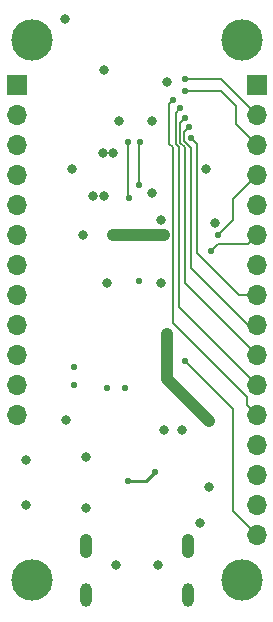
<source format=gbr>
%TF.GenerationSoftware,KiCad,Pcbnew,5.1.7-a382d34a8~88~ubuntu18.04.1*%
%TF.CreationDate,2022-09-03T09:09:10-04:00*%
%TF.ProjectId,project-MS88SF3-breakout,70726f6a-6563-4742-9d4d-533838534633,rev?*%
%TF.SameCoordinates,Original*%
%TF.FileFunction,Copper,L4,Bot*%
%TF.FilePolarity,Positive*%
%FSLAX46Y46*%
G04 Gerber Fmt 4.6, Leading zero omitted, Abs format (unit mm)*
G04 Created by KiCad (PCBNEW 5.1.7-a382d34a8~88~ubuntu18.04.1) date 2022-09-03 09:09:10*
%MOMM*%
%LPD*%
G01*
G04 APERTURE LIST*
%TA.AperFunction,ComponentPad*%
%ADD10O,1.700000X1.700000*%
%TD*%
%TA.AperFunction,ComponentPad*%
%ADD11R,1.700000X1.700000*%
%TD*%
%TA.AperFunction,ComponentPad*%
%ADD12O,1.050000X2.100000*%
%TD*%
%TA.AperFunction,ComponentPad*%
%ADD13O,1.000000X2.000000*%
%TD*%
%TA.AperFunction,ComponentPad*%
%ADD14C,3.500000*%
%TD*%
%TA.AperFunction,ViaPad*%
%ADD15C,0.800000*%
%TD*%
%TA.AperFunction,ViaPad*%
%ADD16C,0.554000*%
%TD*%
%TA.AperFunction,Conductor*%
%ADD17C,1.000000*%
%TD*%
%TA.AperFunction,Conductor*%
%ADD18C,0.127000*%
%TD*%
%TA.AperFunction,Conductor*%
%ADD19C,0.250000*%
%TD*%
G04 APERTURE END LIST*
D10*
%TO.P,J4,12*%
%TO.N,/VDD_nRF*%
X37338000Y-115062000D03*
%TO.P,J4,11*%
%TO.N,Net-(J4-Pad11)*%
X37338000Y-112522000D03*
%TO.P,J4,10*%
%TO.N,/VBUS*%
X37338000Y-109982000D03*
%TO.P,J4,9*%
%TO.N,/AIN2*%
X37338000Y-107442000D03*
%TO.P,J4,8*%
%TO.N,/AIN3*%
X37338000Y-104902000D03*
%TO.P,J4,7*%
%TO.N,/AIN5*%
X37338000Y-102362000D03*
%TO.P,J4,6*%
%TO.N,/AIN0*%
X37338000Y-99822000D03*
%TO.P,J4,5*%
%TO.N,/P1.15*%
X37338000Y-97282000D03*
%TO.P,J4,4*%
%TO.N,/P1.13*%
X37338000Y-94742000D03*
%TO.P,J4,3*%
%TO.N,/AIN1*%
X37338000Y-92202000D03*
%TO.P,J4,2*%
%TO.N,/P1.14*%
X37338000Y-89662000D03*
D11*
%TO.P,J4,1*%
%TO.N,/P1.10*%
X37338000Y-87122000D03*
%TD*%
D12*
%TO.P,J3,S4*%
%TO.N,GND*%
X51818000Y-126122000D03*
%TO.P,J3,S1*%
X43178000Y-126122000D03*
D13*
%TO.P,J3,S3*%
X51818000Y-130302000D03*
%TO.P,J3,S2*%
X43178000Y-130302000D03*
%TD*%
D10*
%TO.P,J5,16*%
%TO.N,/RESET*%
X57658000Y-125222000D03*
%TO.P,J5,15*%
%TO.N,/VDD_nRF*%
X57658000Y-122682000D03*
%TO.P,J5,14*%
X57658000Y-120142000D03*
%TO.P,J5,13*%
%TO.N,GND*%
X57658000Y-117602000D03*
%TO.P,J5,12*%
%TO.N,/P0.21*%
X57658000Y-115062000D03*
%TO.P,J5,11*%
%TO.N,/P0.17*%
X57658000Y-112522000D03*
%TO.P,J5,10*%
%TO.N,/P0.15*%
X57658000Y-109982000D03*
%TO.P,J5,9*%
%TO.N,/P0.13*%
X57658000Y-107442000D03*
%TO.P,J5,8*%
%TO.N,/P0.19*%
X57658000Y-104902000D03*
%TO.P,J5,7*%
%TO.N,/P0.23*%
X57658000Y-102362000D03*
%TO.P,J5,6*%
%TO.N,/TX*%
X57658000Y-99822000D03*
%TO.P,J5,5*%
%TO.N,/P0.22*%
X57658000Y-97282000D03*
%TO.P,J5,4*%
%TO.N,/RX*%
X57658000Y-94742000D03*
%TO.P,J5,3*%
%TO.N,/NFC2*%
X57658000Y-92202000D03*
%TO.P,J5,2*%
%TO.N,/NFC1*%
X57658000Y-89662000D03*
D11*
%TO.P,J5,1*%
%TO.N,/P0.25*%
X57658000Y-87122000D03*
%TD*%
D14*
%TO.P,H2,1*%
%TO.N,GND*%
X56388000Y-83312000D03*
%TD*%
%TO.P,H1,1*%
%TO.N,GND*%
X38608000Y-83312000D03*
%TD*%
%TO.P,H4,1*%
%TO.N,GND*%
X56388000Y-129032000D03*
%TD*%
%TO.P,H3,1*%
%TO.N,GND*%
X38608000Y-129032000D03*
%TD*%
D15*
%TO.N,/VBUS_nRF*%
X45466000Y-99822000D03*
X49784048Y-99822000D03*
%TO.N,GND*%
X54102000Y-98806000D03*
X48768000Y-96266000D03*
X43180000Y-122936000D03*
X38100000Y-118872000D03*
X38100000Y-122682000D03*
X53594000Y-121158000D03*
X52832000Y-124206000D03*
X49784000Y-116332000D03*
X51308000Y-116332000D03*
X45974000Y-90170000D03*
X53340000Y-94234000D03*
X42075019Y-94234000D03*
X44958000Y-103886000D03*
X49530000Y-103886000D03*
D16*
X47696870Y-103664044D03*
X42164000Y-112522000D03*
X42164000Y-110998000D03*
X46482000Y-112776000D03*
D15*
X48768000Y-90170000D03*
X44704000Y-85852000D03*
X50037976Y-86868000D03*
X41402014Y-81534000D03*
D16*
%TO.N,/RX*%
X54356000Y-99822000D03*
%TO.N,/TX*%
X53815486Y-101124514D03*
%TO.N,/RESET*%
X51562000Y-110490000D03*
D15*
%TO.N,/VDD_nRF*%
X43180000Y-118618000D03*
X42926000Y-99822000D03*
X49530000Y-98552000D03*
D16*
X44958000Y-112776000D03*
D15*
%TO.N,/VBUS*%
X49276000Y-127762000D03*
X45720000Y-127762000D03*
X50038000Y-108204000D03*
X53594000Y-115570000D03*
X41528995Y-115442995D03*
D16*
%TO.N,/CC1*%
X49022000Y-119888000D03*
X46736000Y-120650000D03*
D15*
%TO.N,/VDDH*%
X45466000Y-92820998D03*
X44704000Y-96520000D03*
X44698077Y-92821516D03*
X43799934Y-96520000D03*
D16*
%TO.N,/SWCLK*%
X47728743Y-95536510D03*
X47752000Y-91948000D03*
%TO.N,/SWDIO*%
X46864485Y-96648485D03*
X46736000Y-91948000D03*
%TO.N,/P0.19*%
X52070988Y-91596720D03*
%TO.N,/P0.13*%
X51918249Y-90669376D03*
%TO.N,/P0.15*%
X51562000Y-89916000D03*
%TO.N,/P0.17*%
X51206167Y-89052167D03*
%TO.N,/P0.21*%
X50545988Y-88392000D03*
%TO.N,/NFC2*%
X51562000Y-87630000D03*
%TO.N,/NFC1*%
X51563199Y-86612801D03*
%TD*%
D17*
%TO.N,/VBUS_nRF*%
X45466000Y-99822000D02*
X49784048Y-99822000D01*
D18*
%TO.N,/RX*%
X54356000Y-99822000D02*
X55626000Y-98552000D01*
X55626000Y-96774000D02*
X57658000Y-94742000D01*
X55626000Y-98552000D02*
X55626000Y-96774000D01*
%TO.N,/TX*%
X57658000Y-99822000D02*
X56896000Y-100584000D01*
X54356000Y-100584000D02*
X53815486Y-101124514D01*
X56896000Y-100584000D02*
X54356000Y-100584000D01*
%TO.N,/RESET*%
X55626000Y-114554000D02*
X51562000Y-110490000D01*
X57658000Y-125222000D02*
X55626000Y-123190000D01*
X55626000Y-123190000D02*
X55626000Y-114554000D01*
D17*
%TO.N,/VBUS*%
X50038000Y-108204000D02*
X50038000Y-112014000D01*
X50038000Y-112014000D02*
X53594000Y-115570000D01*
D19*
%TO.N,/CC1*%
X48260000Y-120650000D02*
X49022000Y-119888000D01*
X46736000Y-120650000D02*
X48260000Y-120650000D01*
D18*
%TO.N,/SWCLK*%
X47728743Y-95536510D02*
X47728743Y-91971257D01*
X47728743Y-91971257D02*
X47752000Y-91948000D01*
%TO.N,/SWDIO*%
X46736000Y-96520000D02*
X46736000Y-91948000D01*
X46864485Y-96648485D02*
X46736000Y-96520000D01*
%TO.N,/P0.19*%
X57658000Y-104902000D02*
X56134000Y-104902000D01*
X52578000Y-92103732D02*
X52070988Y-91596720D01*
X56134000Y-104902000D02*
X52578000Y-101346000D01*
X52578000Y-101346000D02*
X52578000Y-92103732D01*
%TO.N,/P0.13*%
X52070000Y-102616000D02*
X52070000Y-92395676D01*
X57658000Y-107442000D02*
X56896000Y-107442000D01*
X56896000Y-107442000D02*
X52070000Y-102616000D01*
X52070000Y-92395676D02*
X51530486Y-91856162D01*
X51530486Y-91856162D02*
X51530486Y-91057139D01*
X51530486Y-91057139D02*
X51918249Y-90669376D01*
%TO.N,/P0.15*%
X51203475Y-90274525D02*
X51562000Y-89916000D01*
X51203475Y-91991614D02*
X51203475Y-90274525D01*
X51562000Y-92350139D02*
X51203475Y-91991614D01*
X57658000Y-109982000D02*
X51562000Y-103886000D01*
X51562000Y-103886000D02*
X51562000Y-92350139D01*
%TO.N,/P0.17*%
X50802159Y-89456175D02*
X51206167Y-89052167D01*
X50802159Y-92052761D02*
X50802159Y-89456175D01*
X51054000Y-92304602D02*
X50802159Y-92052761D01*
X57658000Y-112522000D02*
X51054000Y-105918000D01*
X51054000Y-105918000D02*
X51054000Y-92304602D01*
%TO.N,/P0.21*%
X57658000Y-115062000D02*
X56808001Y-114212001D01*
X50268989Y-92056681D02*
X50268989Y-88668999D01*
X50268989Y-88668999D02*
X50545988Y-88392000D01*
X50547559Y-92335251D02*
X50268989Y-92056681D01*
X50547559Y-107223577D02*
X50547559Y-92335251D01*
X56808001Y-113484019D02*
X50547559Y-107223577D01*
X56808001Y-114212001D02*
X56808001Y-113484019D01*
%TO.N,/NFC2*%
X55880000Y-88900000D02*
X54610000Y-87630000D01*
X57658000Y-92202000D02*
X55880000Y-90424000D01*
X54610000Y-87630000D02*
X51562000Y-87630000D01*
X55880000Y-90424000D02*
X55880000Y-88900000D01*
%TO.N,/NFC1*%
X57658000Y-89662000D02*
X54608801Y-86612801D01*
X54608801Y-86612801D02*
X51563199Y-86612801D01*
%TD*%
M02*

</source>
